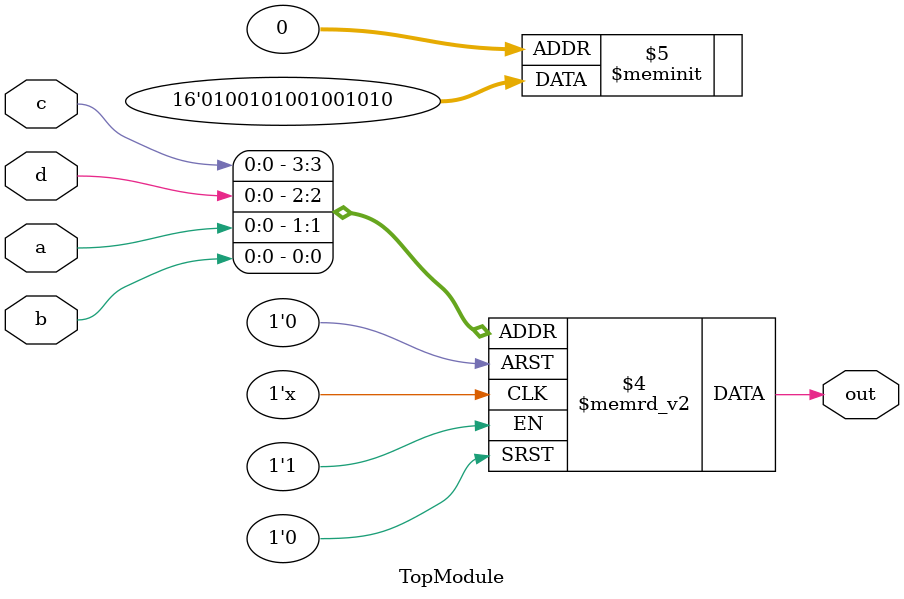
<source format=sv>

module TopModule(
    input a,
    input b,
    input c,
    input d,
    output reg out
);

always @(*) begin
    case({c, d, a, b})
        4'b0000: out = 1'b0;
        4'b0001: out = 1'b1;
        4'b0010: out = 1'b0;
        4'b0011: out = 1'b1;
        4'b0110: out = 1'b1;
        4'b0111: out = 1'b0;
        4'b1000: out = 1'b0;
        4'b1001: out = 1'b1;
        4'b1010: out = 1'b0;
        4'b1011: out = 1'b1;
        4'b1110: out = 1'b1;
        4'b1111: out = 1'b0;
        default: out = 1'b0;
    endcase
end

endmodule
</source>
